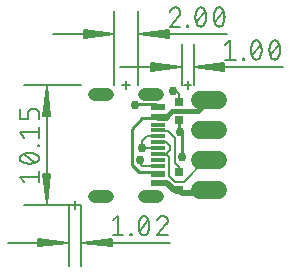
<source format=gbr>
G04 EAGLE Gerber RS-274X export*
G75*
%MOMM*%
%FSLAX34Y34*%
%LPD*%
%INTop Copper*%
%IPPOS*%
%AMOC8*
5,1,8,0,0,1.08239X$1,22.5*%
G01*
%ADD10C,0.130000*%
%ADD11C,0.152400*%
%ADD12R,0.800000X0.800000*%
%ADD13C,1.524000*%
%ADD14R,1.300000X0.300000*%
%ADD15C,1.108000*%
%ADD16R,1.300000X0.600000*%
%ADD17C,0.756400*%
%ADD18C,0.254000*%
%ADD19C,0.508000*%
%ADD20C,0.406400*%
%ADD21C,0.609600*%


D10*
X0Y571400D02*
X-48710Y571400D01*
X-48710Y469900D02*
X0Y469900D01*
X-29210Y470550D02*
X-29210Y570750D01*
X-32402Y545400D01*
X-26018Y545400D01*
X-29210Y570750D01*
X-30510Y545400D01*
X-27910Y545400D02*
X-29210Y570750D01*
X-31810Y545400D01*
X-26610Y545400D02*
X-29210Y570750D01*
X-32402Y495900D02*
X-29210Y470550D01*
X-32402Y495900D02*
X-26018Y495900D01*
X-29210Y470550D01*
X-30510Y495900D01*
X-27910Y495900D02*
X-29210Y470550D01*
X-31810Y495900D01*
X-26610Y495900D02*
X-29210Y470550D01*
D11*
X-48361Y489502D02*
X-51973Y494018D01*
X-35717Y494018D01*
X-35717Y498533D02*
X-35717Y489502D01*
X-43845Y505133D02*
X-44165Y505137D01*
X-44484Y505148D01*
X-44804Y505167D01*
X-45122Y505194D01*
X-45440Y505228D01*
X-45757Y505270D01*
X-46073Y505320D01*
X-46388Y505377D01*
X-46701Y505441D01*
X-47013Y505513D01*
X-47323Y505592D01*
X-47630Y505679D01*
X-47936Y505773D01*
X-48239Y505874D01*
X-48540Y505983D01*
X-48838Y506098D01*
X-49134Y506221D01*
X-49426Y506351D01*
X-49715Y506488D01*
X-49716Y506488D02*
X-49824Y506527D01*
X-49931Y506570D01*
X-50036Y506616D01*
X-50140Y506667D01*
X-50242Y506720D01*
X-50342Y506777D01*
X-50440Y506838D01*
X-50535Y506902D01*
X-50629Y506969D01*
X-50720Y507040D01*
X-50809Y507113D01*
X-50895Y507190D01*
X-50978Y507269D01*
X-51059Y507351D01*
X-51137Y507436D01*
X-51211Y507524D01*
X-51283Y507614D01*
X-51351Y507706D01*
X-51417Y507801D01*
X-51479Y507898D01*
X-51537Y507997D01*
X-51593Y508099D01*
X-51644Y508201D01*
X-51692Y508306D01*
X-51737Y508412D01*
X-51778Y508520D01*
X-51815Y508629D01*
X-51848Y508739D01*
X-51877Y508851D01*
X-51903Y508963D01*
X-51925Y509076D01*
X-51942Y509190D01*
X-51956Y509304D01*
X-51966Y509419D01*
X-51972Y509534D01*
X-51974Y509649D01*
X-51973Y509649D02*
X-51971Y509764D01*
X-51965Y509879D01*
X-51955Y509994D01*
X-51941Y510108D01*
X-51924Y510222D01*
X-51902Y510335D01*
X-51876Y510447D01*
X-51847Y510559D01*
X-51814Y510669D01*
X-51777Y510778D01*
X-51736Y510886D01*
X-51691Y510992D01*
X-51643Y511097D01*
X-51592Y511199D01*
X-51536Y511300D01*
X-51478Y511400D01*
X-51416Y511497D01*
X-51351Y511591D01*
X-51282Y511684D01*
X-51210Y511774D01*
X-51136Y511862D01*
X-51058Y511947D01*
X-50977Y512029D01*
X-50894Y512108D01*
X-50808Y512185D01*
X-50719Y512258D01*
X-50628Y512329D01*
X-50534Y512396D01*
X-50439Y512460D01*
X-50341Y512521D01*
X-50241Y512578D01*
X-50139Y512631D01*
X-50035Y512682D01*
X-49930Y512728D01*
X-49823Y512771D01*
X-49715Y512810D01*
X-49715Y512809D02*
X-49426Y512946D01*
X-49134Y513076D01*
X-48838Y513199D01*
X-48540Y513314D01*
X-48239Y513423D01*
X-47936Y513524D01*
X-47630Y513618D01*
X-47323Y513705D01*
X-47013Y513784D01*
X-46701Y513856D01*
X-46388Y513920D01*
X-46073Y513977D01*
X-45757Y514027D01*
X-45440Y514069D01*
X-45122Y514103D01*
X-44804Y514130D01*
X-44484Y514149D01*
X-44165Y514160D01*
X-43845Y514164D01*
X-43845Y505134D02*
X-43525Y505138D01*
X-43206Y505149D01*
X-42886Y505168D01*
X-42568Y505195D01*
X-42250Y505229D01*
X-41933Y505271D01*
X-41617Y505321D01*
X-41302Y505378D01*
X-40989Y505442D01*
X-40677Y505514D01*
X-40367Y505593D01*
X-40060Y505680D01*
X-39754Y505774D01*
X-39451Y505875D01*
X-39150Y505984D01*
X-38852Y506099D01*
X-38556Y506222D01*
X-38264Y506352D01*
X-37975Y506489D01*
X-37975Y506488D02*
X-37867Y506527D01*
X-37760Y506570D01*
X-37655Y506616D01*
X-37551Y506667D01*
X-37449Y506720D01*
X-37349Y506777D01*
X-37251Y506838D01*
X-37156Y506902D01*
X-37062Y506969D01*
X-36971Y507040D01*
X-36882Y507113D01*
X-36796Y507190D01*
X-36713Y507269D01*
X-36632Y507351D01*
X-36554Y507436D01*
X-36480Y507524D01*
X-36408Y507614D01*
X-36339Y507707D01*
X-36274Y507801D01*
X-36212Y507898D01*
X-36154Y507998D01*
X-36098Y508099D01*
X-36047Y508201D01*
X-35999Y508306D01*
X-35954Y508412D01*
X-35913Y508520D01*
X-35876Y508629D01*
X-35843Y508739D01*
X-35814Y508851D01*
X-35788Y508963D01*
X-35766Y509076D01*
X-35749Y509190D01*
X-35735Y509304D01*
X-35725Y509419D01*
X-35719Y509534D01*
X-35717Y509649D01*
X-37975Y512809D02*
X-38264Y512946D01*
X-38556Y513076D01*
X-38852Y513199D01*
X-39150Y513314D01*
X-39451Y513423D01*
X-39754Y513524D01*
X-40060Y513618D01*
X-40367Y513705D01*
X-40677Y513784D01*
X-40989Y513856D01*
X-41302Y513920D01*
X-41617Y513977D01*
X-41933Y514027D01*
X-42250Y514069D01*
X-42568Y514103D01*
X-42886Y514130D01*
X-43206Y514149D01*
X-43525Y514160D01*
X-43845Y514164D01*
X-37975Y512810D02*
X-37867Y512771D01*
X-37760Y512728D01*
X-37655Y512682D01*
X-37551Y512631D01*
X-37449Y512578D01*
X-37349Y512521D01*
X-37251Y512460D01*
X-37156Y512396D01*
X-37062Y512329D01*
X-36971Y512258D01*
X-36882Y512185D01*
X-36796Y512108D01*
X-36713Y512029D01*
X-36632Y511947D01*
X-36554Y511862D01*
X-36480Y511774D01*
X-36408Y511684D01*
X-36339Y511591D01*
X-36274Y511497D01*
X-36212Y511400D01*
X-36154Y511300D01*
X-36098Y511199D01*
X-36047Y511096D01*
X-35999Y510992D01*
X-35954Y510886D01*
X-35913Y510778D01*
X-35876Y510669D01*
X-35843Y510559D01*
X-35814Y510447D01*
X-35788Y510335D01*
X-35766Y510222D01*
X-35749Y510108D01*
X-35735Y509994D01*
X-35725Y509879D01*
X-35719Y509764D01*
X-35717Y509649D01*
X-39329Y506036D02*
X-48361Y513261D01*
X-36620Y520139D02*
X-35717Y520139D01*
X-36620Y520139D02*
X-36620Y521042D01*
X-35717Y521042D01*
X-35717Y520139D01*
X-48361Y527017D02*
X-51973Y531532D01*
X-35717Y531532D01*
X-35717Y527017D02*
X-35717Y536048D01*
X-35717Y542648D02*
X-35717Y548067D01*
X-35719Y548185D01*
X-35725Y548303D01*
X-35734Y548421D01*
X-35748Y548538D01*
X-35765Y548655D01*
X-35786Y548772D01*
X-35811Y548887D01*
X-35840Y549002D01*
X-35873Y549116D01*
X-35909Y549228D01*
X-35949Y549339D01*
X-35992Y549449D01*
X-36039Y549558D01*
X-36089Y549665D01*
X-36144Y549770D01*
X-36201Y549873D01*
X-36262Y549974D01*
X-36326Y550074D01*
X-36393Y550171D01*
X-36463Y550266D01*
X-36537Y550358D01*
X-36613Y550449D01*
X-36693Y550536D01*
X-36775Y550621D01*
X-36860Y550703D01*
X-36947Y550783D01*
X-37038Y550859D01*
X-37130Y550933D01*
X-37225Y551003D01*
X-37322Y551070D01*
X-37422Y551134D01*
X-37523Y551195D01*
X-37626Y551252D01*
X-37731Y551307D01*
X-37838Y551357D01*
X-37947Y551404D01*
X-38057Y551447D01*
X-38168Y551487D01*
X-38280Y551523D01*
X-38394Y551556D01*
X-38509Y551585D01*
X-38624Y551610D01*
X-38741Y551631D01*
X-38858Y551648D01*
X-38975Y551662D01*
X-39093Y551671D01*
X-39211Y551677D01*
X-39329Y551679D01*
X-41136Y551679D01*
X-41254Y551677D01*
X-41372Y551671D01*
X-41490Y551662D01*
X-41607Y551648D01*
X-41724Y551631D01*
X-41841Y551610D01*
X-41956Y551585D01*
X-42071Y551556D01*
X-42185Y551523D01*
X-42297Y551487D01*
X-42408Y551447D01*
X-42518Y551404D01*
X-42627Y551357D01*
X-42734Y551307D01*
X-42839Y551252D01*
X-42942Y551195D01*
X-43043Y551134D01*
X-43143Y551070D01*
X-43240Y551003D01*
X-43335Y550933D01*
X-43427Y550859D01*
X-43518Y550783D01*
X-43605Y550703D01*
X-43690Y550621D01*
X-43772Y550536D01*
X-43852Y550449D01*
X-43928Y550358D01*
X-44002Y550266D01*
X-44072Y550171D01*
X-44139Y550074D01*
X-44203Y549974D01*
X-44264Y549873D01*
X-44321Y549770D01*
X-44376Y549665D01*
X-44426Y549558D01*
X-44473Y549449D01*
X-44516Y549339D01*
X-44556Y549228D01*
X-44592Y549116D01*
X-44625Y549002D01*
X-44654Y548887D01*
X-44679Y548772D01*
X-44700Y548655D01*
X-44717Y548538D01*
X-44731Y548421D01*
X-44740Y548303D01*
X-44746Y548185D01*
X-44748Y548067D01*
X-44748Y542648D01*
X-51973Y542648D01*
X-51973Y551679D01*
D10*
X0Y469900D02*
X0Y418650D01*
X-10160Y418650D02*
X-10160Y469900D01*
X-10810Y438150D02*
X-62160Y438150D01*
X650Y438150D02*
X75628Y438150D01*
X26000Y441342D02*
X650Y438150D01*
X26000Y441342D02*
X26000Y434958D01*
X650Y438150D01*
X26000Y439450D01*
X26000Y436850D02*
X650Y438150D01*
X26000Y440750D01*
X26000Y435550D02*
X650Y438150D01*
X-10810Y438150D02*
X-36160Y441342D01*
X-36160Y434958D01*
X-10810Y438150D01*
X-36160Y439450D01*
X-36160Y436850D02*
X-10810Y438150D01*
X-36160Y440750D01*
X-36160Y435550D02*
X-10810Y438150D01*
X-5080Y466708D02*
X-5080Y473092D01*
X-8272Y469900D02*
X-1888Y469900D01*
D11*
X26762Y457301D02*
X31278Y460913D01*
X31278Y444657D01*
X35793Y444657D02*
X26762Y444657D01*
X41768Y444657D02*
X41768Y445560D01*
X42671Y445560D01*
X42671Y444657D01*
X41768Y444657D01*
X48646Y452785D02*
X48650Y453105D01*
X48661Y453424D01*
X48680Y453744D01*
X48707Y454062D01*
X48741Y454380D01*
X48783Y454697D01*
X48833Y455013D01*
X48890Y455328D01*
X48954Y455641D01*
X49026Y455953D01*
X49105Y456263D01*
X49192Y456570D01*
X49286Y456876D01*
X49387Y457179D01*
X49496Y457480D01*
X49611Y457778D01*
X49734Y458074D01*
X49864Y458366D01*
X50001Y458655D01*
X50000Y458656D02*
X50039Y458764D01*
X50082Y458871D01*
X50128Y458976D01*
X50179Y459080D01*
X50232Y459182D01*
X50289Y459282D01*
X50350Y459380D01*
X50414Y459475D01*
X50481Y459569D01*
X50552Y459660D01*
X50625Y459749D01*
X50702Y459835D01*
X50781Y459918D01*
X50863Y459999D01*
X50948Y460077D01*
X51036Y460151D01*
X51126Y460223D01*
X51218Y460291D01*
X51313Y460357D01*
X51410Y460419D01*
X51509Y460477D01*
X51611Y460533D01*
X51713Y460584D01*
X51818Y460632D01*
X51924Y460677D01*
X52032Y460718D01*
X52141Y460755D01*
X52251Y460788D01*
X52363Y460817D01*
X52475Y460843D01*
X52588Y460865D01*
X52702Y460882D01*
X52816Y460896D01*
X52931Y460906D01*
X53046Y460912D01*
X53161Y460914D01*
X53161Y460913D02*
X53276Y460911D01*
X53391Y460905D01*
X53506Y460895D01*
X53620Y460881D01*
X53734Y460864D01*
X53847Y460842D01*
X53959Y460816D01*
X54071Y460787D01*
X54181Y460754D01*
X54290Y460717D01*
X54398Y460676D01*
X54504Y460631D01*
X54609Y460583D01*
X54711Y460532D01*
X54812Y460476D01*
X54912Y460418D01*
X55009Y460356D01*
X55103Y460291D01*
X55196Y460222D01*
X55286Y460150D01*
X55374Y460076D01*
X55459Y459998D01*
X55541Y459917D01*
X55620Y459834D01*
X55697Y459748D01*
X55770Y459659D01*
X55841Y459568D01*
X55908Y459474D01*
X55972Y459379D01*
X56033Y459281D01*
X56090Y459181D01*
X56143Y459079D01*
X56194Y458975D01*
X56240Y458870D01*
X56283Y458763D01*
X56322Y458655D01*
X56459Y458366D01*
X56589Y458074D01*
X56712Y457778D01*
X56827Y457480D01*
X56936Y457179D01*
X57037Y456876D01*
X57131Y456570D01*
X57218Y456263D01*
X57297Y455953D01*
X57369Y455641D01*
X57433Y455328D01*
X57490Y455013D01*
X57540Y454697D01*
X57582Y454380D01*
X57616Y454062D01*
X57643Y453744D01*
X57662Y453424D01*
X57673Y453105D01*
X57677Y452785D01*
X48646Y452785D02*
X48650Y452465D01*
X48661Y452146D01*
X48680Y451826D01*
X48707Y451508D01*
X48741Y451190D01*
X48783Y450873D01*
X48833Y450557D01*
X48890Y450242D01*
X48954Y449929D01*
X49026Y449617D01*
X49105Y449307D01*
X49192Y449000D01*
X49286Y448694D01*
X49387Y448391D01*
X49496Y448090D01*
X49611Y447792D01*
X49734Y447496D01*
X49864Y447204D01*
X50001Y446915D01*
X50000Y446915D02*
X50039Y446807D01*
X50082Y446700D01*
X50128Y446595D01*
X50179Y446491D01*
X50232Y446389D01*
X50289Y446289D01*
X50350Y446191D01*
X50414Y446096D01*
X50481Y446002D01*
X50552Y445911D01*
X50625Y445822D01*
X50702Y445736D01*
X50781Y445653D01*
X50863Y445572D01*
X50948Y445494D01*
X51036Y445420D01*
X51126Y445348D01*
X51219Y445279D01*
X51313Y445214D01*
X51410Y445152D01*
X51510Y445094D01*
X51611Y445038D01*
X51713Y444987D01*
X51818Y444939D01*
X51924Y444894D01*
X52032Y444853D01*
X52141Y444816D01*
X52251Y444783D01*
X52363Y444754D01*
X52475Y444728D01*
X52588Y444706D01*
X52702Y444689D01*
X52816Y444675D01*
X52931Y444665D01*
X53046Y444659D01*
X53161Y444657D01*
X56321Y446915D02*
X56458Y447204D01*
X56588Y447496D01*
X56711Y447792D01*
X56826Y448090D01*
X56935Y448391D01*
X57036Y448694D01*
X57130Y449000D01*
X57217Y449307D01*
X57296Y449617D01*
X57368Y449929D01*
X57432Y450242D01*
X57489Y450557D01*
X57539Y450873D01*
X57581Y451190D01*
X57615Y451508D01*
X57642Y451826D01*
X57661Y452146D01*
X57672Y452465D01*
X57676Y452785D01*
X56322Y446915D02*
X56283Y446807D01*
X56240Y446700D01*
X56194Y446595D01*
X56143Y446491D01*
X56090Y446389D01*
X56033Y446289D01*
X55972Y446191D01*
X55908Y446096D01*
X55841Y446002D01*
X55770Y445911D01*
X55697Y445822D01*
X55620Y445736D01*
X55541Y445653D01*
X55459Y445572D01*
X55374Y445494D01*
X55286Y445420D01*
X55196Y445348D01*
X55103Y445279D01*
X55009Y445214D01*
X54912Y445152D01*
X54812Y445094D01*
X54711Y445038D01*
X54608Y444987D01*
X54504Y444939D01*
X54398Y444894D01*
X54290Y444853D01*
X54181Y444816D01*
X54071Y444783D01*
X53959Y444754D01*
X53847Y444728D01*
X53734Y444706D01*
X53620Y444689D01*
X53506Y444675D01*
X53391Y444665D01*
X53276Y444659D01*
X53161Y444657D01*
X49549Y448269D02*
X56774Y457301D01*
X69244Y460913D02*
X69369Y460911D01*
X69494Y460905D01*
X69619Y460896D01*
X69743Y460882D01*
X69867Y460865D01*
X69991Y460844D01*
X70113Y460819D01*
X70235Y460790D01*
X70356Y460758D01*
X70476Y460722D01*
X70595Y460682D01*
X70712Y460639D01*
X70828Y460592D01*
X70943Y460541D01*
X71055Y460487D01*
X71167Y460429D01*
X71276Y460369D01*
X71383Y460304D01*
X71489Y460237D01*
X71592Y460166D01*
X71693Y460092D01*
X71792Y460015D01*
X71888Y459935D01*
X71982Y459852D01*
X72073Y459767D01*
X72162Y459678D01*
X72247Y459587D01*
X72330Y459493D01*
X72410Y459397D01*
X72487Y459298D01*
X72561Y459197D01*
X72632Y459094D01*
X72699Y458988D01*
X72764Y458881D01*
X72824Y458772D01*
X72882Y458660D01*
X72936Y458548D01*
X72987Y458433D01*
X73034Y458317D01*
X73077Y458200D01*
X73117Y458081D01*
X73153Y457961D01*
X73185Y457840D01*
X73214Y457718D01*
X73239Y457596D01*
X73260Y457472D01*
X73277Y457348D01*
X73291Y457224D01*
X73300Y457099D01*
X73306Y456974D01*
X73308Y456849D01*
X69244Y460913D02*
X69101Y460911D01*
X68959Y460905D01*
X68816Y460895D01*
X68674Y460882D01*
X68533Y460864D01*
X68391Y460843D01*
X68251Y460818D01*
X68111Y460789D01*
X67972Y460756D01*
X67834Y460719D01*
X67697Y460679D01*
X67562Y460635D01*
X67427Y460587D01*
X67294Y460535D01*
X67162Y460480D01*
X67032Y460421D01*
X66904Y460359D01*
X66777Y460293D01*
X66652Y460224D01*
X66529Y460152D01*
X66409Y460076D01*
X66290Y459997D01*
X66173Y459914D01*
X66059Y459829D01*
X65947Y459740D01*
X65838Y459649D01*
X65731Y459554D01*
X65626Y459457D01*
X65525Y459356D01*
X65426Y459253D01*
X65330Y459148D01*
X65237Y459039D01*
X65147Y458928D01*
X65060Y458815D01*
X64976Y458700D01*
X64896Y458582D01*
X64818Y458462D01*
X64744Y458340D01*
X64674Y458216D01*
X64606Y458090D01*
X64543Y457962D01*
X64482Y457833D01*
X64425Y457702D01*
X64372Y457570D01*
X64323Y457436D01*
X64277Y457301D01*
X71953Y453688D02*
X72047Y453780D01*
X72137Y453874D01*
X72225Y453971D01*
X72310Y454071D01*
X72392Y454173D01*
X72471Y454278D01*
X72546Y454385D01*
X72618Y454494D01*
X72687Y454605D01*
X72753Y454719D01*
X72815Y454834D01*
X72874Y454951D01*
X72929Y455070D01*
X72980Y455190D01*
X73028Y455312D01*
X73073Y455435D01*
X73113Y455559D01*
X73150Y455685D01*
X73183Y455812D01*
X73212Y455939D01*
X73238Y456068D01*
X73259Y456197D01*
X73277Y456327D01*
X73290Y456457D01*
X73300Y456587D01*
X73306Y456718D01*
X73308Y456849D01*
X71953Y453688D02*
X64277Y444657D01*
X73308Y444657D01*
D10*
X28100Y571500D02*
X28100Y634180D01*
X48100Y634180D02*
X48100Y571500D01*
X27450Y614680D02*
X-23900Y614680D01*
X48750Y614680D02*
X123728Y614680D01*
X27450Y614680D02*
X2100Y617872D01*
X2100Y611488D01*
X27450Y614680D01*
X2100Y615980D01*
X2100Y613380D02*
X27450Y614680D01*
X2100Y617280D01*
X2100Y612080D02*
X27450Y614680D01*
X48750Y614680D02*
X74100Y617872D01*
X74100Y611488D01*
X48750Y614680D01*
X74100Y615980D01*
X74100Y613380D02*
X48750Y614680D01*
X74100Y617280D01*
X74100Y612080D02*
X48750Y614680D01*
X38100Y574692D02*
X38100Y568308D01*
X34908Y571500D02*
X41292Y571500D01*
D11*
X83893Y633379D02*
X83891Y633504D01*
X83885Y633629D01*
X83876Y633754D01*
X83862Y633878D01*
X83845Y634002D01*
X83824Y634126D01*
X83799Y634248D01*
X83770Y634370D01*
X83738Y634491D01*
X83702Y634611D01*
X83662Y634730D01*
X83619Y634847D01*
X83572Y634963D01*
X83521Y635078D01*
X83467Y635190D01*
X83409Y635302D01*
X83349Y635411D01*
X83284Y635518D01*
X83217Y635624D01*
X83146Y635727D01*
X83072Y635828D01*
X82995Y635927D01*
X82915Y636023D01*
X82832Y636117D01*
X82747Y636208D01*
X82658Y636297D01*
X82567Y636382D01*
X82473Y636465D01*
X82377Y636545D01*
X82278Y636622D01*
X82177Y636696D01*
X82074Y636767D01*
X81968Y636834D01*
X81861Y636899D01*
X81752Y636959D01*
X81640Y637017D01*
X81528Y637071D01*
X81413Y637122D01*
X81297Y637169D01*
X81180Y637212D01*
X81061Y637252D01*
X80941Y637288D01*
X80820Y637320D01*
X80698Y637349D01*
X80576Y637374D01*
X80452Y637395D01*
X80328Y637412D01*
X80204Y637426D01*
X80079Y637435D01*
X79954Y637441D01*
X79829Y637443D01*
X79686Y637441D01*
X79544Y637435D01*
X79401Y637425D01*
X79259Y637412D01*
X79118Y637394D01*
X78976Y637373D01*
X78836Y637348D01*
X78696Y637319D01*
X78557Y637286D01*
X78419Y637249D01*
X78282Y637209D01*
X78147Y637165D01*
X78012Y637117D01*
X77879Y637065D01*
X77747Y637010D01*
X77617Y636951D01*
X77489Y636889D01*
X77362Y636823D01*
X77237Y636754D01*
X77114Y636682D01*
X76994Y636606D01*
X76875Y636527D01*
X76758Y636444D01*
X76644Y636359D01*
X76532Y636270D01*
X76423Y636179D01*
X76316Y636084D01*
X76211Y635987D01*
X76110Y635886D01*
X76011Y635783D01*
X75915Y635678D01*
X75822Y635569D01*
X75732Y635458D01*
X75645Y635345D01*
X75561Y635230D01*
X75481Y635112D01*
X75403Y634992D01*
X75329Y634870D01*
X75259Y634746D01*
X75191Y634620D01*
X75128Y634492D01*
X75067Y634363D01*
X75010Y634232D01*
X74957Y634100D01*
X74908Y633966D01*
X74862Y633831D01*
X82538Y630218D02*
X82632Y630310D01*
X82722Y630404D01*
X82810Y630501D01*
X82895Y630601D01*
X82977Y630703D01*
X83056Y630808D01*
X83131Y630915D01*
X83203Y631024D01*
X83272Y631135D01*
X83338Y631249D01*
X83400Y631364D01*
X83459Y631481D01*
X83514Y631600D01*
X83565Y631720D01*
X83613Y631842D01*
X83658Y631965D01*
X83698Y632089D01*
X83735Y632215D01*
X83768Y632342D01*
X83797Y632469D01*
X83823Y632598D01*
X83844Y632727D01*
X83862Y632857D01*
X83875Y632987D01*
X83885Y633117D01*
X83891Y633248D01*
X83893Y633379D01*
X82538Y630218D02*
X74862Y621187D01*
X83893Y621187D01*
X89868Y621187D02*
X89868Y622090D01*
X90771Y622090D01*
X90771Y621187D01*
X89868Y621187D01*
X96746Y629315D02*
X96750Y629635D01*
X96761Y629954D01*
X96780Y630274D01*
X96807Y630592D01*
X96841Y630910D01*
X96883Y631227D01*
X96933Y631543D01*
X96990Y631858D01*
X97054Y632171D01*
X97126Y632483D01*
X97205Y632793D01*
X97292Y633100D01*
X97386Y633406D01*
X97487Y633709D01*
X97596Y634010D01*
X97711Y634308D01*
X97834Y634604D01*
X97964Y634896D01*
X98101Y635185D01*
X98100Y635186D02*
X98139Y635294D01*
X98182Y635401D01*
X98228Y635506D01*
X98279Y635610D01*
X98332Y635712D01*
X98389Y635812D01*
X98450Y635910D01*
X98514Y636005D01*
X98581Y636099D01*
X98652Y636190D01*
X98725Y636279D01*
X98802Y636365D01*
X98881Y636448D01*
X98963Y636529D01*
X99048Y636607D01*
X99136Y636681D01*
X99226Y636753D01*
X99318Y636821D01*
X99413Y636887D01*
X99510Y636949D01*
X99609Y637007D01*
X99711Y637063D01*
X99813Y637114D01*
X99918Y637162D01*
X100024Y637207D01*
X100132Y637248D01*
X100241Y637285D01*
X100351Y637318D01*
X100463Y637347D01*
X100575Y637373D01*
X100688Y637395D01*
X100802Y637412D01*
X100916Y637426D01*
X101031Y637436D01*
X101146Y637442D01*
X101261Y637444D01*
X101261Y637443D02*
X101376Y637441D01*
X101491Y637435D01*
X101606Y637425D01*
X101720Y637411D01*
X101834Y637394D01*
X101947Y637372D01*
X102059Y637346D01*
X102171Y637317D01*
X102281Y637284D01*
X102390Y637247D01*
X102498Y637206D01*
X102604Y637161D01*
X102709Y637113D01*
X102811Y637062D01*
X102912Y637006D01*
X103012Y636948D01*
X103109Y636886D01*
X103203Y636821D01*
X103296Y636752D01*
X103386Y636680D01*
X103474Y636606D01*
X103559Y636528D01*
X103641Y636447D01*
X103720Y636364D01*
X103797Y636278D01*
X103870Y636189D01*
X103941Y636098D01*
X104008Y636004D01*
X104072Y635909D01*
X104133Y635811D01*
X104190Y635711D01*
X104243Y635609D01*
X104294Y635505D01*
X104340Y635400D01*
X104383Y635293D01*
X104422Y635185D01*
X104559Y634896D01*
X104689Y634604D01*
X104812Y634308D01*
X104927Y634010D01*
X105036Y633709D01*
X105137Y633406D01*
X105231Y633100D01*
X105318Y632793D01*
X105397Y632483D01*
X105469Y632171D01*
X105533Y631858D01*
X105590Y631543D01*
X105640Y631227D01*
X105682Y630910D01*
X105716Y630592D01*
X105743Y630274D01*
X105762Y629954D01*
X105773Y629635D01*
X105777Y629315D01*
X96746Y629315D02*
X96750Y628995D01*
X96761Y628676D01*
X96780Y628356D01*
X96807Y628038D01*
X96841Y627720D01*
X96883Y627403D01*
X96933Y627087D01*
X96990Y626772D01*
X97054Y626459D01*
X97126Y626147D01*
X97205Y625837D01*
X97292Y625530D01*
X97386Y625224D01*
X97487Y624921D01*
X97596Y624620D01*
X97711Y624322D01*
X97834Y624026D01*
X97964Y623734D01*
X98101Y623445D01*
X98100Y623445D02*
X98139Y623337D01*
X98182Y623230D01*
X98228Y623125D01*
X98279Y623021D01*
X98332Y622919D01*
X98389Y622819D01*
X98450Y622721D01*
X98514Y622626D01*
X98581Y622532D01*
X98652Y622441D01*
X98725Y622352D01*
X98802Y622266D01*
X98881Y622183D01*
X98963Y622102D01*
X99048Y622024D01*
X99136Y621950D01*
X99226Y621878D01*
X99319Y621809D01*
X99413Y621744D01*
X99510Y621682D01*
X99610Y621624D01*
X99711Y621568D01*
X99813Y621517D01*
X99918Y621469D01*
X100024Y621424D01*
X100132Y621383D01*
X100241Y621346D01*
X100351Y621313D01*
X100463Y621284D01*
X100575Y621258D01*
X100688Y621236D01*
X100802Y621219D01*
X100916Y621205D01*
X101031Y621195D01*
X101146Y621189D01*
X101261Y621187D01*
X104421Y623445D02*
X104558Y623734D01*
X104688Y624026D01*
X104811Y624322D01*
X104926Y624620D01*
X105035Y624921D01*
X105136Y625224D01*
X105230Y625530D01*
X105317Y625837D01*
X105396Y626147D01*
X105468Y626459D01*
X105532Y626772D01*
X105589Y627087D01*
X105639Y627403D01*
X105681Y627720D01*
X105715Y628038D01*
X105742Y628356D01*
X105761Y628676D01*
X105772Y628995D01*
X105776Y629315D01*
X104422Y623445D02*
X104383Y623337D01*
X104340Y623230D01*
X104294Y623125D01*
X104243Y623021D01*
X104190Y622919D01*
X104133Y622819D01*
X104072Y622721D01*
X104008Y622626D01*
X103941Y622532D01*
X103870Y622441D01*
X103797Y622352D01*
X103720Y622266D01*
X103641Y622183D01*
X103559Y622102D01*
X103474Y622024D01*
X103386Y621950D01*
X103296Y621878D01*
X103203Y621809D01*
X103109Y621744D01*
X103012Y621682D01*
X102912Y621624D01*
X102811Y621568D01*
X102708Y621517D01*
X102604Y621469D01*
X102498Y621424D01*
X102390Y621383D01*
X102281Y621346D01*
X102171Y621313D01*
X102059Y621284D01*
X101947Y621258D01*
X101834Y621236D01*
X101720Y621219D01*
X101606Y621205D01*
X101491Y621195D01*
X101376Y621189D01*
X101261Y621187D01*
X97649Y624799D02*
X104874Y633831D01*
X112377Y629315D02*
X112381Y629635D01*
X112392Y629954D01*
X112411Y630274D01*
X112438Y630592D01*
X112472Y630910D01*
X112514Y631227D01*
X112564Y631543D01*
X112621Y631858D01*
X112685Y632171D01*
X112757Y632483D01*
X112836Y632793D01*
X112923Y633100D01*
X113017Y633406D01*
X113118Y633709D01*
X113227Y634010D01*
X113342Y634308D01*
X113465Y634604D01*
X113595Y634896D01*
X113732Y635185D01*
X113731Y635186D02*
X113770Y635294D01*
X113813Y635401D01*
X113859Y635506D01*
X113910Y635610D01*
X113963Y635712D01*
X114020Y635812D01*
X114081Y635910D01*
X114145Y636005D01*
X114212Y636099D01*
X114283Y636190D01*
X114356Y636279D01*
X114433Y636365D01*
X114512Y636448D01*
X114594Y636529D01*
X114679Y636607D01*
X114767Y636681D01*
X114857Y636753D01*
X114949Y636821D01*
X115044Y636887D01*
X115141Y636949D01*
X115240Y637007D01*
X115342Y637063D01*
X115444Y637114D01*
X115549Y637162D01*
X115655Y637207D01*
X115763Y637248D01*
X115872Y637285D01*
X115982Y637318D01*
X116094Y637347D01*
X116206Y637373D01*
X116319Y637395D01*
X116433Y637412D01*
X116547Y637426D01*
X116662Y637436D01*
X116777Y637442D01*
X116892Y637444D01*
X116892Y637443D02*
X117007Y637441D01*
X117122Y637435D01*
X117237Y637425D01*
X117351Y637411D01*
X117465Y637394D01*
X117578Y637372D01*
X117690Y637346D01*
X117802Y637317D01*
X117912Y637284D01*
X118021Y637247D01*
X118129Y637206D01*
X118235Y637161D01*
X118340Y637113D01*
X118442Y637062D01*
X118543Y637006D01*
X118643Y636948D01*
X118740Y636886D01*
X118834Y636821D01*
X118927Y636752D01*
X119017Y636680D01*
X119105Y636606D01*
X119190Y636528D01*
X119272Y636447D01*
X119351Y636364D01*
X119428Y636278D01*
X119501Y636189D01*
X119572Y636098D01*
X119639Y636004D01*
X119703Y635909D01*
X119764Y635811D01*
X119821Y635711D01*
X119874Y635609D01*
X119925Y635505D01*
X119971Y635400D01*
X120014Y635293D01*
X120053Y635185D01*
X120190Y634896D01*
X120320Y634604D01*
X120443Y634308D01*
X120558Y634010D01*
X120667Y633709D01*
X120768Y633406D01*
X120862Y633100D01*
X120949Y632793D01*
X121028Y632483D01*
X121100Y632171D01*
X121164Y631858D01*
X121221Y631543D01*
X121271Y631227D01*
X121313Y630910D01*
X121347Y630592D01*
X121374Y630274D01*
X121393Y629954D01*
X121404Y629635D01*
X121408Y629315D01*
X112377Y629315D02*
X112381Y628995D01*
X112392Y628676D01*
X112411Y628356D01*
X112438Y628038D01*
X112472Y627720D01*
X112514Y627403D01*
X112564Y627087D01*
X112621Y626772D01*
X112685Y626459D01*
X112757Y626147D01*
X112836Y625837D01*
X112923Y625530D01*
X113017Y625224D01*
X113118Y624921D01*
X113227Y624620D01*
X113342Y624322D01*
X113465Y624026D01*
X113595Y623734D01*
X113732Y623445D01*
X113731Y623445D02*
X113770Y623337D01*
X113813Y623230D01*
X113859Y623125D01*
X113910Y623021D01*
X113963Y622919D01*
X114020Y622819D01*
X114081Y622721D01*
X114145Y622626D01*
X114212Y622532D01*
X114283Y622441D01*
X114356Y622352D01*
X114433Y622266D01*
X114512Y622183D01*
X114594Y622102D01*
X114679Y622024D01*
X114767Y621950D01*
X114857Y621878D01*
X114950Y621809D01*
X115044Y621744D01*
X115141Y621682D01*
X115241Y621624D01*
X115342Y621568D01*
X115444Y621517D01*
X115549Y621469D01*
X115655Y621424D01*
X115763Y621383D01*
X115872Y621346D01*
X115982Y621313D01*
X116094Y621284D01*
X116206Y621258D01*
X116319Y621236D01*
X116433Y621219D01*
X116547Y621205D01*
X116662Y621195D01*
X116777Y621189D01*
X116892Y621187D01*
X120053Y623445D02*
X120190Y623734D01*
X120320Y624026D01*
X120443Y624322D01*
X120558Y624620D01*
X120667Y624921D01*
X120768Y625224D01*
X120862Y625530D01*
X120949Y625837D01*
X121028Y626147D01*
X121100Y626459D01*
X121164Y626772D01*
X121221Y627087D01*
X121271Y627403D01*
X121313Y627720D01*
X121347Y628038D01*
X121374Y628356D01*
X121393Y628676D01*
X121404Y628995D01*
X121408Y629315D01*
X120053Y623445D02*
X120014Y623337D01*
X119971Y623230D01*
X119925Y623125D01*
X119874Y623021D01*
X119821Y622919D01*
X119764Y622819D01*
X119703Y622721D01*
X119639Y622626D01*
X119572Y622532D01*
X119501Y622441D01*
X119428Y622352D01*
X119351Y622266D01*
X119272Y622183D01*
X119190Y622102D01*
X119105Y622024D01*
X119017Y621950D01*
X118927Y621878D01*
X118834Y621809D01*
X118740Y621744D01*
X118643Y621682D01*
X118543Y621624D01*
X118442Y621568D01*
X118339Y621517D01*
X118235Y621469D01*
X118129Y621424D01*
X118021Y621383D01*
X117912Y621346D01*
X117802Y621313D01*
X117690Y621284D01*
X117578Y621258D01*
X117465Y621236D01*
X117351Y621219D01*
X117237Y621205D01*
X117122Y621195D01*
X117007Y621189D01*
X116892Y621187D01*
X113280Y624799D02*
X120505Y633831D01*
D10*
X85170Y606240D02*
X85170Y571500D01*
X95170Y571500D02*
X95170Y606240D01*
X84520Y586740D02*
X33170Y586740D01*
X95820Y586740D02*
X170798Y586740D01*
X84520Y586740D02*
X59170Y589932D01*
X59170Y583548D01*
X84520Y586740D01*
X59170Y588040D01*
X59170Y585440D02*
X84520Y586740D01*
X59170Y589340D01*
X59170Y584140D02*
X84520Y586740D01*
X95820Y586740D02*
X121170Y589932D01*
X121170Y583548D01*
X95820Y586740D01*
X121170Y588040D01*
X121170Y585440D02*
X95820Y586740D01*
X121170Y589340D01*
X121170Y584140D02*
X95820Y586740D01*
X90170Y574692D02*
X90170Y568308D01*
X86978Y571500D02*
X93362Y571500D01*
D11*
X121932Y605891D02*
X126448Y609503D01*
X126448Y593247D01*
X130963Y593247D02*
X121932Y593247D01*
X136938Y593247D02*
X136938Y594150D01*
X137841Y594150D01*
X137841Y593247D01*
X136938Y593247D01*
X143816Y601375D02*
X143820Y601695D01*
X143831Y602014D01*
X143850Y602334D01*
X143877Y602652D01*
X143911Y602970D01*
X143953Y603287D01*
X144003Y603603D01*
X144060Y603918D01*
X144124Y604231D01*
X144196Y604543D01*
X144275Y604853D01*
X144362Y605160D01*
X144456Y605466D01*
X144557Y605769D01*
X144666Y606070D01*
X144781Y606368D01*
X144904Y606664D01*
X145034Y606956D01*
X145171Y607245D01*
X145170Y607246D02*
X145209Y607354D01*
X145252Y607461D01*
X145298Y607566D01*
X145349Y607670D01*
X145402Y607772D01*
X145459Y607872D01*
X145520Y607970D01*
X145584Y608065D01*
X145651Y608159D01*
X145722Y608250D01*
X145795Y608339D01*
X145872Y608425D01*
X145951Y608508D01*
X146033Y608589D01*
X146118Y608667D01*
X146206Y608741D01*
X146296Y608813D01*
X146388Y608881D01*
X146483Y608947D01*
X146580Y609009D01*
X146679Y609067D01*
X146781Y609123D01*
X146883Y609174D01*
X146988Y609222D01*
X147094Y609267D01*
X147202Y609308D01*
X147311Y609345D01*
X147421Y609378D01*
X147533Y609407D01*
X147645Y609433D01*
X147758Y609455D01*
X147872Y609472D01*
X147986Y609486D01*
X148101Y609496D01*
X148216Y609502D01*
X148331Y609504D01*
X148331Y609503D02*
X148446Y609501D01*
X148561Y609495D01*
X148676Y609485D01*
X148790Y609471D01*
X148904Y609454D01*
X149017Y609432D01*
X149129Y609406D01*
X149241Y609377D01*
X149351Y609344D01*
X149460Y609307D01*
X149568Y609266D01*
X149674Y609221D01*
X149779Y609173D01*
X149881Y609122D01*
X149982Y609066D01*
X150082Y609008D01*
X150179Y608946D01*
X150273Y608881D01*
X150366Y608812D01*
X150456Y608740D01*
X150544Y608666D01*
X150629Y608588D01*
X150711Y608507D01*
X150790Y608424D01*
X150867Y608338D01*
X150940Y608249D01*
X151011Y608158D01*
X151078Y608064D01*
X151142Y607969D01*
X151203Y607871D01*
X151260Y607771D01*
X151313Y607669D01*
X151364Y607565D01*
X151410Y607460D01*
X151453Y607353D01*
X151492Y607245D01*
X151629Y606956D01*
X151759Y606664D01*
X151882Y606368D01*
X151997Y606070D01*
X152106Y605769D01*
X152207Y605466D01*
X152301Y605160D01*
X152388Y604853D01*
X152467Y604543D01*
X152539Y604231D01*
X152603Y603918D01*
X152660Y603603D01*
X152710Y603287D01*
X152752Y602970D01*
X152786Y602652D01*
X152813Y602334D01*
X152832Y602014D01*
X152843Y601695D01*
X152847Y601375D01*
X143816Y601375D02*
X143820Y601055D01*
X143831Y600736D01*
X143850Y600416D01*
X143877Y600098D01*
X143911Y599780D01*
X143953Y599463D01*
X144003Y599147D01*
X144060Y598832D01*
X144124Y598519D01*
X144196Y598207D01*
X144275Y597897D01*
X144362Y597590D01*
X144456Y597284D01*
X144557Y596981D01*
X144666Y596680D01*
X144781Y596382D01*
X144904Y596086D01*
X145034Y595794D01*
X145171Y595505D01*
X145170Y595505D02*
X145209Y595397D01*
X145252Y595290D01*
X145298Y595185D01*
X145349Y595081D01*
X145402Y594979D01*
X145459Y594879D01*
X145520Y594781D01*
X145584Y594686D01*
X145651Y594592D01*
X145722Y594501D01*
X145795Y594412D01*
X145872Y594326D01*
X145951Y594243D01*
X146033Y594162D01*
X146118Y594084D01*
X146206Y594010D01*
X146296Y593938D01*
X146389Y593869D01*
X146483Y593804D01*
X146580Y593742D01*
X146680Y593684D01*
X146781Y593628D01*
X146883Y593577D01*
X146988Y593529D01*
X147094Y593484D01*
X147202Y593443D01*
X147311Y593406D01*
X147421Y593373D01*
X147533Y593344D01*
X147645Y593318D01*
X147758Y593296D01*
X147872Y593279D01*
X147986Y593265D01*
X148101Y593255D01*
X148216Y593249D01*
X148331Y593247D01*
X151491Y595505D02*
X151628Y595794D01*
X151758Y596086D01*
X151881Y596382D01*
X151996Y596680D01*
X152105Y596981D01*
X152206Y597284D01*
X152300Y597590D01*
X152387Y597897D01*
X152466Y598207D01*
X152538Y598519D01*
X152602Y598832D01*
X152659Y599147D01*
X152709Y599463D01*
X152751Y599780D01*
X152785Y600098D01*
X152812Y600416D01*
X152831Y600736D01*
X152842Y601055D01*
X152846Y601375D01*
X151492Y595505D02*
X151453Y595397D01*
X151410Y595290D01*
X151364Y595185D01*
X151313Y595081D01*
X151260Y594979D01*
X151203Y594879D01*
X151142Y594781D01*
X151078Y594686D01*
X151011Y594592D01*
X150940Y594501D01*
X150867Y594412D01*
X150790Y594326D01*
X150711Y594243D01*
X150629Y594162D01*
X150544Y594084D01*
X150456Y594010D01*
X150366Y593938D01*
X150273Y593869D01*
X150179Y593804D01*
X150082Y593742D01*
X149982Y593684D01*
X149881Y593628D01*
X149778Y593577D01*
X149674Y593529D01*
X149568Y593484D01*
X149460Y593443D01*
X149351Y593406D01*
X149241Y593373D01*
X149129Y593344D01*
X149017Y593318D01*
X148904Y593296D01*
X148790Y593279D01*
X148676Y593265D01*
X148561Y593255D01*
X148446Y593249D01*
X148331Y593247D01*
X144719Y596859D02*
X151944Y605891D01*
X159447Y601375D02*
X159451Y601695D01*
X159462Y602014D01*
X159481Y602334D01*
X159508Y602652D01*
X159542Y602970D01*
X159584Y603287D01*
X159634Y603603D01*
X159691Y603918D01*
X159755Y604231D01*
X159827Y604543D01*
X159906Y604853D01*
X159993Y605160D01*
X160087Y605466D01*
X160188Y605769D01*
X160297Y606070D01*
X160412Y606368D01*
X160535Y606664D01*
X160665Y606956D01*
X160802Y607245D01*
X160801Y607246D02*
X160840Y607354D01*
X160883Y607461D01*
X160929Y607566D01*
X160980Y607670D01*
X161033Y607772D01*
X161090Y607872D01*
X161151Y607970D01*
X161215Y608065D01*
X161282Y608159D01*
X161353Y608250D01*
X161426Y608339D01*
X161503Y608425D01*
X161582Y608508D01*
X161664Y608589D01*
X161749Y608667D01*
X161837Y608741D01*
X161927Y608813D01*
X162019Y608881D01*
X162114Y608947D01*
X162211Y609009D01*
X162310Y609067D01*
X162412Y609123D01*
X162514Y609174D01*
X162619Y609222D01*
X162725Y609267D01*
X162833Y609308D01*
X162942Y609345D01*
X163052Y609378D01*
X163164Y609407D01*
X163276Y609433D01*
X163389Y609455D01*
X163503Y609472D01*
X163617Y609486D01*
X163732Y609496D01*
X163847Y609502D01*
X163962Y609504D01*
X163962Y609503D02*
X164077Y609501D01*
X164192Y609495D01*
X164307Y609485D01*
X164421Y609471D01*
X164535Y609454D01*
X164648Y609432D01*
X164760Y609406D01*
X164872Y609377D01*
X164982Y609344D01*
X165091Y609307D01*
X165199Y609266D01*
X165305Y609221D01*
X165410Y609173D01*
X165512Y609122D01*
X165613Y609066D01*
X165713Y609008D01*
X165810Y608946D01*
X165904Y608881D01*
X165997Y608812D01*
X166087Y608740D01*
X166175Y608666D01*
X166260Y608588D01*
X166342Y608507D01*
X166421Y608424D01*
X166498Y608338D01*
X166571Y608249D01*
X166642Y608158D01*
X166709Y608064D01*
X166773Y607969D01*
X166834Y607871D01*
X166891Y607771D01*
X166944Y607669D01*
X166995Y607565D01*
X167041Y607460D01*
X167084Y607353D01*
X167123Y607245D01*
X167260Y606956D01*
X167390Y606664D01*
X167513Y606368D01*
X167628Y606070D01*
X167737Y605769D01*
X167838Y605466D01*
X167932Y605160D01*
X168019Y604853D01*
X168098Y604543D01*
X168170Y604231D01*
X168234Y603918D01*
X168291Y603603D01*
X168341Y603287D01*
X168383Y602970D01*
X168417Y602652D01*
X168444Y602334D01*
X168463Y602014D01*
X168474Y601695D01*
X168478Y601375D01*
X159447Y601375D02*
X159451Y601055D01*
X159462Y600736D01*
X159481Y600416D01*
X159508Y600098D01*
X159542Y599780D01*
X159584Y599463D01*
X159634Y599147D01*
X159691Y598832D01*
X159755Y598519D01*
X159827Y598207D01*
X159906Y597897D01*
X159993Y597590D01*
X160087Y597284D01*
X160188Y596981D01*
X160297Y596680D01*
X160412Y596382D01*
X160535Y596086D01*
X160665Y595794D01*
X160802Y595505D01*
X160801Y595505D02*
X160840Y595397D01*
X160883Y595290D01*
X160929Y595185D01*
X160980Y595081D01*
X161033Y594979D01*
X161090Y594879D01*
X161151Y594781D01*
X161215Y594686D01*
X161282Y594592D01*
X161353Y594501D01*
X161426Y594412D01*
X161503Y594326D01*
X161582Y594243D01*
X161664Y594162D01*
X161749Y594084D01*
X161837Y594010D01*
X161927Y593938D01*
X162020Y593869D01*
X162114Y593804D01*
X162211Y593742D01*
X162311Y593684D01*
X162412Y593628D01*
X162514Y593577D01*
X162619Y593529D01*
X162725Y593484D01*
X162833Y593443D01*
X162942Y593406D01*
X163052Y593373D01*
X163164Y593344D01*
X163276Y593318D01*
X163389Y593296D01*
X163503Y593279D01*
X163617Y593265D01*
X163732Y593255D01*
X163847Y593249D01*
X163962Y593247D01*
X167123Y595505D02*
X167260Y595794D01*
X167390Y596086D01*
X167513Y596382D01*
X167628Y596680D01*
X167737Y596981D01*
X167838Y597284D01*
X167932Y597590D01*
X168019Y597897D01*
X168098Y598207D01*
X168170Y598519D01*
X168234Y598832D01*
X168291Y599147D01*
X168341Y599463D01*
X168383Y599780D01*
X168417Y600098D01*
X168444Y600416D01*
X168463Y600736D01*
X168474Y601055D01*
X168478Y601375D01*
X167123Y595505D02*
X167084Y595397D01*
X167041Y595290D01*
X166995Y595185D01*
X166944Y595081D01*
X166891Y594979D01*
X166834Y594879D01*
X166773Y594781D01*
X166709Y594686D01*
X166642Y594592D01*
X166571Y594501D01*
X166498Y594412D01*
X166421Y594326D01*
X166342Y594243D01*
X166260Y594162D01*
X166175Y594084D01*
X166087Y594010D01*
X165997Y593938D01*
X165904Y593869D01*
X165810Y593804D01*
X165713Y593742D01*
X165613Y593684D01*
X165512Y593628D01*
X165409Y593577D01*
X165305Y593529D01*
X165199Y593484D01*
X165091Y593443D01*
X164982Y593406D01*
X164872Y593373D01*
X164760Y593344D01*
X164648Y593318D01*
X164535Y593296D01*
X164421Y593279D01*
X164307Y593265D01*
X164192Y593255D01*
X164077Y593249D01*
X163962Y593247D01*
X160350Y596859D02*
X167575Y605891D01*
D12*
X82550Y482600D03*
X82550Y497840D03*
X82550Y542290D03*
X82550Y557530D03*
D13*
X100330Y558800D02*
X115570Y558800D01*
X115570Y533400D02*
X100330Y533400D01*
X100330Y508000D02*
X115570Y508000D01*
X115570Y482600D02*
X100330Y482600D01*
D14*
X64770Y523200D03*
X64770Y528200D03*
X64770Y533200D03*
X64770Y538200D03*
X64770Y518200D03*
X64770Y513200D03*
X64770Y508200D03*
X64770Y503200D03*
D15*
X63910Y563900D02*
X52830Y563900D01*
X22110Y563900D02*
X11030Y563900D01*
X11030Y477500D02*
X22110Y477500D01*
X52830Y477500D02*
X63910Y477500D01*
D16*
X64770Y552700D03*
X64770Y488700D03*
X64770Y544700D03*
X64770Y496700D03*
D11*
X82550Y497840D02*
X82550Y502597D01*
X79145Y506002D01*
X79145Y526648D01*
X73267Y532526D01*
X66119Y532526D01*
X64770Y533200D01*
D17*
X77470Y566420D03*
D11*
X80010Y566420D01*
X82550Y563880D01*
X82550Y557530D01*
X61324Y503888D02*
X62012Y503200D01*
X61324Y503888D02*
X64082Y503888D01*
X64770Y503200D01*
X62012Y503200D01*
D17*
X49530Y508000D03*
D11*
X49530Y505460D02*
X51790Y503200D01*
X49530Y505460D02*
X49530Y508000D01*
X51790Y503200D02*
X64770Y503200D01*
D17*
X85304Y510565D03*
D18*
X82550Y533400D02*
X82550Y542290D01*
X82550Y533400D02*
X83820Y532130D01*
D17*
X83820Y532130D03*
X45720Y554990D03*
D19*
X64770Y488700D02*
X72640Y488700D01*
X78740Y482600D01*
X82550Y482600D01*
D18*
X62230Y555240D02*
X45970Y555240D01*
X45720Y554990D01*
X62230Y555240D02*
X64770Y552700D01*
D19*
X85090Y480060D02*
X105410Y480060D01*
X85090Y480060D02*
X82550Y482600D01*
X105410Y480060D02*
X107950Y482600D01*
D18*
X85304Y530646D02*
X83820Y532130D01*
X85304Y530646D02*
X85304Y510565D01*
X43180Y504190D02*
X43180Y534670D01*
X51940Y543430D01*
X63500Y497970D02*
X64770Y496700D01*
X63500Y497970D02*
X49400Y497970D01*
X43180Y504190D01*
D20*
X99120Y549970D02*
X107950Y558800D01*
X99120Y549970D02*
X77190Y549970D01*
X71896Y544676D01*
D21*
X64794Y544676D01*
X64770Y544700D01*
D18*
X63500Y543430D01*
X51940Y543430D01*
D11*
X51823Y518230D02*
X64332Y518230D01*
X64770Y518200D01*
D17*
X51823Y518230D03*
D11*
X51823Y524263D01*
X55880Y528320D01*
X64650Y528320D01*
X64770Y528200D01*
X66119Y512869D02*
X71480Y512869D01*
X75054Y516443D01*
X75054Y520017D01*
X71480Y523591D01*
X66119Y523591D01*
X64770Y513200D02*
X66119Y512869D01*
X64770Y523200D02*
X66119Y523591D01*
X74301Y494999D02*
X79662Y489638D01*
X87091Y489638D01*
X104452Y506999D01*
X107950Y508000D01*
X65458Y512512D02*
X64770Y513200D01*
X65458Y512512D02*
X72435Y512512D01*
X74301Y510646D01*
X74301Y494999D01*
M02*

</source>
